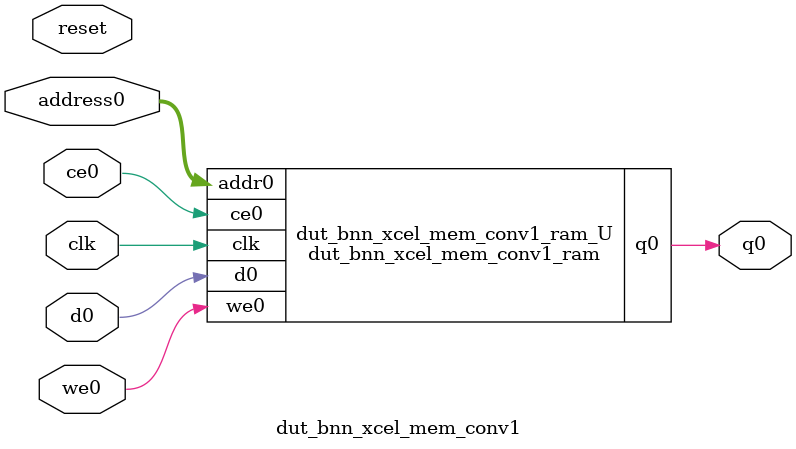
<source format=v>

`timescale 1 ns / 1 ps
module dut_bnn_xcel_mem_conv1_ram (addr0, ce0, d0, we0, q0,  clk);

parameter DWIDTH = 1;
parameter AWIDTH = 13;
parameter MEM_SIZE = 5184;

input[AWIDTH-1:0] addr0;
input ce0;
input[DWIDTH-1:0] d0;
input we0;
output reg[DWIDTH-1:0] q0;
input clk;

(* ram_style = "block" *)reg [DWIDTH-1:0] ram[MEM_SIZE-1:0];




always @(posedge clk)  
begin 
    if (ce0) 
    begin
        if (we0) 
        begin 
            ram[addr0] <= d0; 
            q0 <= d0;
        end 
        else 
            q0 <= ram[addr0];
    end
end


endmodule


`timescale 1 ns / 1 ps
module dut_bnn_xcel_mem_conv1(
    reset,
    clk,
    address0,
    ce0,
    we0,
    d0,
    q0);

parameter DataWidth = 32'd1;
parameter AddressRange = 32'd5184;
parameter AddressWidth = 32'd13;
input reset;
input clk;
input[AddressWidth - 1:0] address0;
input ce0;
input we0;
input[DataWidth - 1:0] d0;
output[DataWidth - 1:0] q0;



dut_bnn_xcel_mem_conv1_ram dut_bnn_xcel_mem_conv1_ram_U(
    .clk( clk ),
    .addr0( address0 ),
    .ce0( ce0 ),
    .d0( d0 ),
    .we0( we0 ),
    .q0( q0 ));

endmodule


</source>
